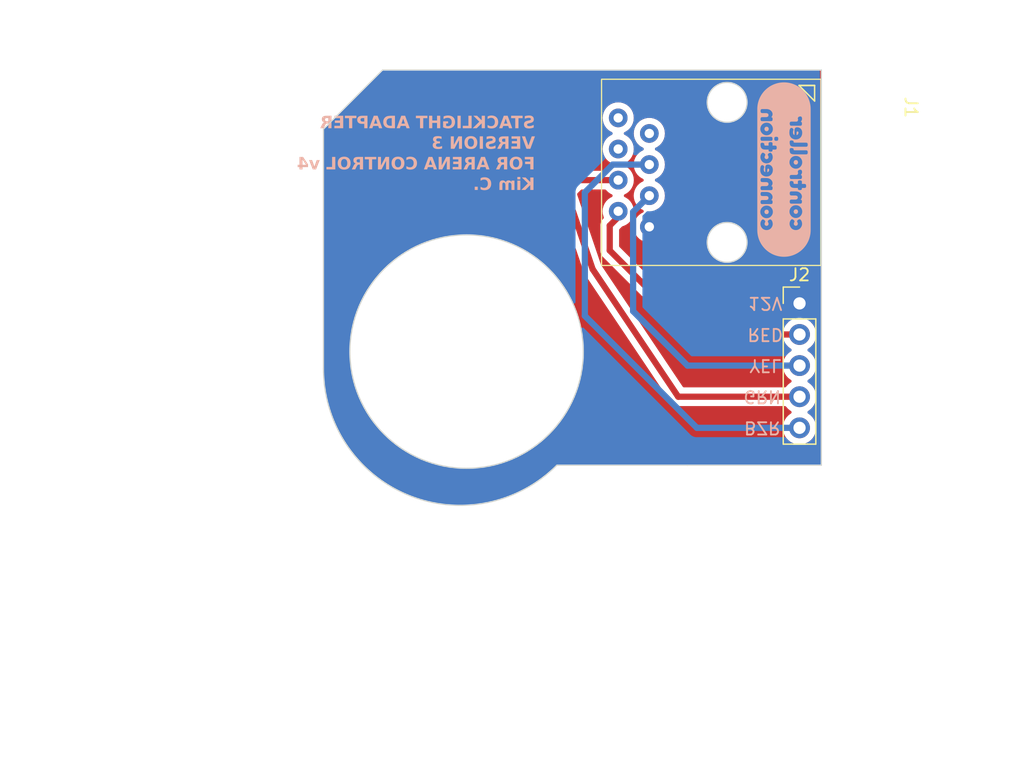
<source format=kicad_pcb>
(kicad_pcb (version 20221018) (generator pcbnew)
  (layers (0 "F.Cu" signal) (31 "B.Cu" signal) (34 "B.Paste" user) (35 "F.Paste" user) (36 "B.SilkS" user "B.Silkscreen") (37 "F.SilkS" user "F.Silkscreen") (38 "B.Mask" user) (39 "F.Mask" user) (44 "Edge.Cuts" user))
  (net 0 "")
  (net 1 "Net-(J2-Pin_1)")
  (net 2 "Net-(J2-Pin_2)")
  (net 3 "Net-(J2-Pin_3)")
  (net 4 "Net-(J2-Pin_4)")
  (net 5 "Net-(J2-Pin_5)")
  (footprint "Connector_PinHeader_2.54mm:PinHeader_1x05_P2.54mm_Vertical" (layer "F.Cu") (at 153.924 93.98)
    (fp_text reference "J2" (at 0 -2.33) (layer "F.SilkS"))
    (fp_text value "Conn_01x05")
    (fp_line (start -1.33 -1.33) (end 0 -1.33) (stroke (width 0.12)) (layer "F.SilkS"))
    (fp_line (start -1.33 0) (end -1.33 -1.33) (stroke (width 0.12)) (layer "F.SilkS"))
    (fp_line (start -1.33 1.27) (end -1.33 11.49) (stroke (width 0.12)) (layer "F.SilkS"))
    (fp_line (start -1.33 1.27) (end 1.33 1.27) (stroke (width 0.12)) (layer "F.SilkS"))
    (fp_line (start -1.33 11.49) (end 1.33 11.49) (stroke (width 0.12)) (layer "F.SilkS"))
    (fp_line (start 1.33 1.27) (end 1.33 11.49) (stroke (width 0.12)) (layer "F.SilkS"))
    (pad "1" thru_hole rect (at 0 0) (size 1.7 1.7) (drill 1) (layers "*.Cu" "*.Mask") (net 1 "Net-(J2-Pin_1)"))
    (pad "2" thru_hole oval (at 0 2.54) (size 1.7 1.7) (drill 1) (layers "*.Cu" "*.Mask") (net 2 "Net-(J2-Pin_2)"))
    (pad "3" thru_hole oval (at 0 5.08) (size 1.7 1.7) (drill 1) (layers "*.Cu" "*.Mask") (net 3 "Net-(J2-Pin_3)"))
    (pad "4" thru_hole oval (at 0 7.62) (size 1.7 1.7) (drill 1) (layers "*.Cu" "*.Mask") (net 4 "Net-(J2-Pin_4)"))
    (pad "5" thru_hole oval (at 0 10.16) (size 1.7 1.7) (drill 1) (layers "*.Cu" "*.Mask") (net 5 "Net-(J2-Pin_5)"))
  )
  (footprint "footprints:RCH RC00139" (layer "F.Cu") (at 155.662 75.685 -90)
    (fp_text reference "J1" (at 2.293 -7.366 -90 unlocked) (layer "F.SilkS"))
    (fp_text value "RJ45")
    (fp_line (start 0.508 0.508) (end 0.508 1.778) (stroke (width 0.12)) (layer "F.SilkS"))
    (fp_line (start 0.508 0.508) (end 1.778 0.508) (stroke (width 0.12)) (layer "F.SilkS"))
    (fp_line (start 0.508 1.778) (end 0.508 0.508) (stroke (width 0.12)) (layer "F.SilkS"))
    (fp_line (start 1.778 0.508) (end 0.508 1.778) (stroke (width 0.12)) (layer "F.SilkS"))
    (fp_rect (start 0 0) (end 15.2 17.9) (stroke (width 0.1)) (fill none) (layer "F.SilkS"))
    (fp_circle (center 1.885 7.65) (end 3.51 7.65) (stroke (width 0.1)) (fill none) (layer "Edge.Cuts"))
    (fp_circle (center 13.315 7.65) (end 14.94 7.65) (stroke (width 0.1)) (fill none) (layer "Edge.Cuts"))
    (pad "1" thru_hole circle (at 12.045 14 270) (size 1.524 1.524) (drill 0.762) (layers "*.Cu" "*.Mask") (net 1 "Net-(J2-Pin_1)"))
    (pad "2" thru_hole circle (at 10.775 16.54 270) (size 1.524 1.524) (drill 0.762) (layers "*.Cu" "*.Mask") (net 2 "Net-(J2-Pin_2)"))
    (pad "3" thru_hole circle (at 9.505 14 270) (size 1.524 1.524) (drill 0.762) (layers "*.Cu" "*.Mask") (net 3 "Net-(J2-Pin_3)"))
    (pad "4" thru_hole circle (at 8.235 16.54 270) (size 1.524 1.524) (drill 0.762) (layers "*.Cu" "*.Mask") (net 4 "Net-(J2-Pin_4)"))
    (pad "5" thru_hole circle (at 6.965 14 270) (size 1.524 1.524) (drill 0.762) (layers "*.Cu" "*.Mask") (net 5 "Net-(J2-Pin_5)"))
    (pad "6" thru_hole circle (at 5.695 16.54 270) (size 1.524 1.524) (drill 0.762) (layers "*.Cu" "*.Mask"))
    (pad "7" thru_hole circle (at 4.425 14 270) (size 1.524 1.524) (drill 0.762) (layers "*.Cu" "*.Mask"))
    (pad "8" thru_hole circle (at 3.155 16.54 270) (size 1.524 1.524) (drill 0.762) (layers "*.Cu" "*.Mask"))
  )
  (footprint "kibuzzard-631545B4" (layer "B.Cu") (at 152.654 83.058 90)
    (fp_text reference "kibuzzard-631545B4" hide)
    (fp_text value "G***" hide)
    (fp_poly (pts (xy 0.016892 -1.359189) (xy 0.088212 -1.29913) (xy 0.055367 -1.229687) (xy -0.038475 -1.203411) (xy -0.159532 -1.253147) (xy -0.219591 -1.359189) (xy 0.016892 -1.359189)) (fill solid) (layer "B.SilkS"))
    (fp_poly (pts (xy 3.052317 1.030422) (xy 3.124707 1.091382) (xy 3.091369 1.161867) (xy 2.996119 1.188537) (xy 2.873247 1.138055) (xy 2.812287 1.030422) (xy 3.052317 1.030422)) (fill solid) (layer "B.SilkS"))
    (fp_poly (pts (xy -3.577271 -1.557197) (xy -3.455276 -1.603179) (xy -3.331404 -1.556258) (xy -3.284952 -1.498076) (xy -3.269468 -1.417372) (xy -3.284014 -1.337136) (xy -3.32765 -1.280362) (xy -3.453399 -1.235317) (xy -3.579148 -1.282239) (xy -3.622784 -1.340186) (xy -3.63733 -1.420187) (xy -3.622315 -1.499953) (xy -3.577271 -1.557197)) (fill solid) (layer "B.SilkS"))
    (fp_poly (pts (xy -3.556128 0.829445) (xy -3.432303 0.782772) (xy -3.306573 0.830397) (xy -3.259425 0.889452) (xy -3.243708 0.971367) (xy -3.258472 1.052806) (xy -3.302763 1.110432) (xy -3.430398 1.156152) (xy -3.558033 1.108527) (xy -3.602325 1.04971) (xy -3.617088 0.96851) (xy -3.601848 0.887547) (xy -3.556128 0.829445)) (fill solid) (layer "B.SilkS"))
    (fp_poly (pts (xy 0.467232 0.829445) (xy 0.591057 0.782772) (xy 0.716787 0.830397) (xy 0.763935 0.889452) (xy 0.779652 0.971367) (xy 0.764888 1.052806) (xy 0.720597 1.110432) (xy 0.592962 1.156152) (xy 0.465327 1.108527) (xy 0.421035 1.04971) (xy 0.406272 0.96851) (xy 0.421512 0.887547) (xy 0.467232 0.829445)) (fill solid) (layer "B.SilkS"))
    (fp_poly (pts (xy 3.19064 -1.557197) (xy 3.312635 -1.603179) (xy 3.436507 -1.556258) (xy 3.482959 -1.498076) (xy 3.498443 -1.417372) (xy 3.483898 -1.337136) (xy 3.440261 -1.280362) (xy 3.314512 -1.235317) (xy 3.188764 -1.282239) (xy 3.145127 -1.340186) (xy 3.130581 -1.420187) (xy 3.145596 -1.499953) (xy 3.19064 -1.557197)) (fill solid) (layer "B.SilkS"))
    (fp_poly (pts (xy -4.939862 2.179137) (xy -4.940021 2.179137) (xy -5.046946 2.176512) (xy -5.153614 2.168644) (xy -5.259767 2.155551) (xy -5.365149 2.137266) (xy -5.469508 2.113831) (xy -5.572591 2.085304) (xy -5.67415 2.051754) (xy -5.77394 2.01326) (xy -5.871722 1.969917) (xy -5.967259 1.921827) (xy -6.060321 1.869108) (xy -6.150684 1.811886) (xy -6.238131 1.750299) (xy -6.322451 1.684496) (xy -6.40344 1.614634) (xy -6.480903 1.540883) (xy -6.554655 1.463419) (xy -6.624517 1.38243) (xy -6.69032 1.29811) (xy -6.751907 1.210664) (xy -6.809129 1.1203) (xy -6.861848 1.027238) (xy -6.909937 0.931701) (xy -6.953281 0.83392) (xy -6.991774 0.734129) (xy -7.025325 0.63257) (xy -7.053852 0.529487) (xy -7.077286 0.425129) (xy -7.095572 0.319746) (xy -7.108665 0.213593) (xy -7.116533 0.106925) (xy -7.119158 0) (xy -7.116533 -0.106925) (xy -7.108665 -0.213593) (xy -7.095572 -0.319746) (xy -7.077286 -0.425129) (xy -7.053852 -0.529487) (xy -7.025325 -0.63257) (xy -6.991774 -0.734129) (xy -6.953281 -0.83392) (xy -6.909937 -0.931701) (xy -6.861848 -1.027238) (xy -6.809129 -1.1203) (xy -6.751907 -1.210664) (xy -6.69032 -1.29811) (xy -6.624517 -1.38243) (xy -6.554655 -1.463419) (xy -6.480903 -1.540883) (xy -6.40344 -1.614634) (xy -6.322451 -1.684496) (xy -6.238131 -1.750299) (xy -6.150684 -1.811886) (xy -6.060321 -1.869108) (xy -5.967259 -1.921827) (xy -5.871722 -1.969917) (xy -5.77394 -2.01326) (xy -5.67415 -2.051754) (xy -5.572591 -2.085304) (xy -5.469508 -2.113831) (xy -5.365149 -2.137266) (xy -5.259767 -2.155551) (xy -5.153614 -2.168644) (xy -5.046946 -2.176512) (xy -4.940021 -2.179137) (xy -4.939862 -2.179137) (xy -4.42936 -2.179137) (xy -4.42936 -1.925997) (xy -4.544264 -1.912025) (xy -4.65625 -1.870109) (xy -4.765315 -1.800248) (xy -4.835228 -1.730101) (xy -4.891064 -1.639778) (xy -4.927663 -1.534205) (xy -4.939862 -1.41831) (xy -4.927663 -1.302884) (xy -4.891064 -1.198719) (xy -4.835228 -1.109803) (xy -4.765315 -1.040125) (xy -4.659169 -0.971308) (xy -4.548435 -0.930017) (xy -4.433113 -0.916253) (xy -4.420998 -0.917972) (xy -4.420998 0.455112) (xy -4.537627 0.469294) (xy -4.651292 0.511839) (xy -4.761993 0.582747) (xy -4.832955 0.653946) (xy -4.889628 0.745625) (xy -4.926776 0.852781) (xy -4.939158 0.970415) (xy -4.926776 1.087572) (xy -4.889628 1.1933) (xy -4.832955 1.283549) (xy -4.761993 1.354272) (xy -4.654255 1.424122) (xy -4.54186 1.466032) (xy -4.424808 1.480002) (xy -4.283838 1.46) (xy -4.182873 1.420947) (xy -4.152393 1.401897) (xy -4.099053 1.365702) (xy -4.049523 1.279025) (xy -4.089528 1.169487) (xy -4.15668 1.090906) (xy -4.220973 1.064712) (xy -4.323843 1.106622) (xy -4.421951 1.139007) (xy -4.541013 1.093287) (xy -4.596258 0.966605) (xy -4.542918 0.840875) (xy -4.429571 0.796107) (xy -4.317176 0.83135) (xy -4.232403 0.866592) (xy -4.169062 0.841351) (xy -4.093338 0.765627) (xy -4.049523 0.666567) (xy -4.075717 0.596558) (xy -4.154298 0.531312) (xy -4.275266 0.474162) (xy -4.420998 0.455112) (xy -4.420998 -0.917972) (xy -4.294227 -0.93596) (xy -4.194754 -0.974436) (xy -4.164724 -0.993204) (xy -4.112172 -1.028864) (xy -4.063374 -1.114261) (xy -4.102788 -1.222179) (xy -4.168947 -1.299599) (xy -4.232291 -1.325406) (xy -4.33364 -1.284115) (xy -4.430298 -1.252209) (xy -4.547601 -1.297253) (xy -4.60203 -1.422064) (xy -4.549478 -1.545936) (xy -4.437805 -1.590042) (xy -4.327071 -1.55532) (xy -4.243552 -1.520598) (xy -4.181147 -1.545466) (xy -4.106542 -1.620071) (xy -4.063374 -1.717667) (xy -4.089181 -1.786641) (xy -4.166601 -1.850923) (xy -4.285781 -1.907229) (xy -4.42936 -1.925997) (xy -4.42936 -2.179137) (xy -3.453399 -2.179137) (xy -3.453399 -1.933505) (xy -3.575394 -1.918255) (xy -3.693635 -1.872507) (xy -3.80085 -1.796964) (xy -3.889766 -1.69233) (xy -3.949591 -1.565408) (xy -3.969532 -1.423002) (xy -3.952015 -1.281613) (xy -3.899463 -1.157741) (xy -3.811877 -1.051386) (xy -3.701768 -0.970056) (xy -3.58165 -0.921258) (xy -3.451522 -0.904992) (xy -3.430398 -0.90762) (xy -3.430398 0.447492) (xy -3.554223 0.46297) (xy -3.674238 0.509405) (xy -3.783061 0.586081) (xy -3.873311 0.692285) (xy -3.934033 0.82111) (xy -3.954273 0.965652) (xy -3.936493 1.109162) (xy -3.883153 1.234892) (xy -3.794253 1.342842) (xy -3.682493 1.425392) (xy -3.560573 1.474922) (xy -3.428493 1.491432) (xy -3.296625 1.475028) (xy -3.17534 1.425815) (xy -3.064638 1.343795) (xy -2.976797 1.236374) (xy -2.924092 1.110961) (xy -2.906523 0.967557) (xy -2.927002 0.818253) (xy -2.988438 0.68657) (xy -3.079164 0.57989) (xy -3.187511 0.505595) (xy -3.306811 0.462018) (xy -3.430398 0.447492) (xy -3.430398 -0.90762) (xy -3.321603 -0.921154) (xy -3.20211 -0.969639) (xy -3.093044 -1.050448) (xy -3.006501 -1.156281) (xy -2.954575 -1.27984) (xy -2.937266 -1.421125) (xy -2.957442 -1.568223) (xy -3.01797 -1.69796) (xy -3.107355 -1.803064) (xy -3.214101 -1.876261) (xy -3.331639 -1.919194) (xy -3.453399 -1.933505) (xy -3.453399 -2.179137) (xy -1.993212 -2.179137) (xy -1.993212 -1.914736) (xy -2.098315 -1.897375) (xy -2.147113 -1.845293) (xy -2.158374 -1.749574) (xy -2.158374 -1.419248) (xy -2.20248 -1.29913) (xy -2.320722 -1.255963) (xy -2.44084 -1.301007) (xy -2.486823 -1.419248) (xy -2.486823 -1.75145) (xy -2.489638 -1.816202) (xy -2.507468 -1.864061) (xy -2.555797 -1.902067) (xy -2.651985 -1.914736) (xy -2.747235 -1.902067) (xy -2.796502 -1.864061) (xy -2.812456 -1.814325) (xy -2.815271 -1.749574) (xy -2.815271 -1.08517) (xy -2.812456 -1.022295) (xy -2.794626 -0.974436) (xy -2.745358 -0.939245) (xy -2.650108 -0.927514) (xy -2.557674 -0.938306) (xy -2.509345 -0.970682) (xy -2.490576 -1.047633) (xy -2.456793 -1.010096) (xy -2.406118 -0.970682) (xy -2.265355 -0.927514) (xy -2.147218 -0.943468) (xy -2.043053 -0.991327) (xy -1.95286 -1.071093) (xy -1.948308 -1.077835) (xy -1.948308 0.466542) (xy -2.054988 0.484163) (xy -2.104518 0.537027) (xy -2.115948 0.634182) (xy -2.115948 0.969462) (xy -2.160716 1.091382) (xy -2.280731 1.135197) (xy -2.402651 1.089477) (xy -2.449323 0.969462) (xy -2.449323 0.632277) (xy -2.452181 0.566555) (xy -2.470278 0.517977) (xy -2.519332 0.479401) (xy -2.616963 0.466542) (xy -2.713642 0.479401) (xy -2.763648 0.517977) (xy -2.779841 0.56846) (xy -2.782698 0.634182) (xy -2.782698 1.308552) (xy -2.779841 1.37237) (xy -2.761743 1.420947) (xy -2.711737 1.456666) (xy -2.615058 1.468572) (xy -2.521237 1.457618) (xy -2.472183 1.424757) (xy -2.453133 1.346652) (xy -2.418843 1.384752) (xy -2.367408 1.424757) (xy -2.224533 1.468572) (xy -2.104624 1.45238) (xy -1.998897 1.403802) (xy -1.907351 1.32284) (xy -1.836972 1.218594) (xy -1.794744 1.100166) (xy -1.780668 0.967557) (xy -1.780668 0.632277) (xy -1.783526 0.566555) (xy -1.799718 0.517977) (xy -1.850201 0.479401) (xy -1.948308 0.466542) (xy -1.948308 -1.077835) (xy -1.883521 -1.173799) (xy -1.841917 -1.290476) (xy -1.828049 -1.421125) (xy -1.828049 -1.75145) (xy -1.830865 -1.816202) (xy -1.846818 -1.864061) (xy -1.896554 -1.902067) (xy -1.993212 -1.914736) (xy -1.993212 -2.179137) (xy -0.855842 -2.179137) (xy -0.855842 -1.914736) (xy -0.960946 -1.897375) (xy -1.009744 -1.845293) (xy -1.021005 -1.749574) (xy -1.021005 -1.419248) (xy -1.065111 -1.29913) (xy -1.183352 -1.255963) (xy -1.30347 -1.301007) (xy -1.349453 -1.419248) (xy -1.349453 -1.75145) (xy -1.352268 -1.816202) (xy -1.370099 -1.864061) (xy -1.418427 -1.902067) (xy -1.514616 -1.914736) (xy -1.609866 -1.902067) (xy -1.659133 -1.864061) (xy -1.675086 -1.814325) (xy -1.677901 -1.749574) (xy -1.677901 -1.08517) (xy -1.675086 -1.022295) (xy -1.657256 -0.974436) (xy -1.607989 -0.939245) (xy -1.512739 -0.927514) (xy -1.420304 -0.938306) (xy -1.371975 -0.970682) (xy -1.353207 -1.047633) (xy -1.319424 -1.010096) (xy -1.268749 -0.970682) (xy -1.127985 -0.927514) (xy -1.096773 -0.931729) (xy -1.096773 0.464637) (xy -1.21827 0.474585) (xy -1.3186 0.50443) (xy -1.397763 0.554172) (xy -1.454913 0.62762) (xy -1.489203 0.728585) (xy -1.500633 0.857067) (xy -1.500633 1.139007) (xy -1.578738 1.133292) (xy -1.648271 1.165677) (xy -1.675893 1.276167) (xy -1.666368 1.389515) (xy -1.639698 1.439997) (xy -1.563498 1.464762) (xy -1.500633 1.457142) (xy -1.500633 1.653357) (xy -1.497776 1.718127) (xy -1.479678 1.763847) (xy -1.430625 1.799566) (xy -1.332993 1.811472) (xy -1.229647 1.793851) (xy -1.178688 1.740987) (xy -1.169163 1.643832) (xy -1.169163 1.457142) (xy -1.042481 1.464762) (xy -0.977711 1.461905) (xy -0.927228 1.443807) (xy -0.890081 1.394753) (xy -0.877698 1.297122) (xy -0.890557 1.200443) (xy -0.929133 1.150437) (xy -0.979616 1.134245) (xy -1.045338 1.131387) (xy -1.169163 1.139007) (xy -1.169163 0.876117) (xy -1.152971 0.801822) (xy -1.092011 0.778962) (xy -1.023431 0.776105) (xy -0.972948 0.758007) (xy -0.929133 0.630372) (xy -0.942468 0.533693) (xy -0.982473 0.483687) (xy -1.032956 0.467495) (xy -1.096773 0.464637) (xy -1.096773 -0.931729) (xy -1.009848 -0.943468) (xy -0.905683 -0.991327) (xy -0.81549 -1.071093) (xy -0.746151 -1.173799) (xy -0.704548 -1.290476) (xy -0.69068 -1.421125) (xy -0.69068 -1.75145) (xy -0.693495 -1.816202) (xy -0.709448 -1.864061) (xy -0.759185 -1.902067) (xy -0.855842 -1.914736) (xy -0.855842 -2.179137) (xy -0.607188 -2.179137) (xy -0.607188 0.464637) (xy -0.738633 0.497022) (xy -0.772923 0.578937) (xy -0.772923 0.634182) (xy -0.772923 1.302837) (xy -0.770066 1.36856) (xy -0.753873 1.417137) (xy -0.703391 1.455713) (xy -0.605283 1.468572) (xy -0.512415 1.457618) (xy -0.462408 1.424757) (xy -0.441453 1.361892) (xy -0.413831 1.394277) (xy -0.336678 1.445712) (xy -0.232856 1.478097) (xy -0.157608 1.473335) (xy -0.090933 1.457142) (xy -0.030926 1.41809) (xy -0.007113 1.329507) (xy -0.043308 1.196157) (xy -0.148083 1.123767) (xy -0.213806 1.139007) (xy -0.296673 1.154247) (xy -0.392876 1.118052) (xy -0.437643 1.030422) (xy -0.437643 0.630372) (xy -0.440501 0.56465) (xy -0.458598 0.514167) (xy -0.510033 0.47702) (xy -0.607188 0.464637) (xy -0.607188 -2.179137) (xy -0.03566 -2.179137) (xy -0.03566 -1.941012) (xy -0.166805 -1.929047) (xy -0.282466 -1.893152) (xy -0.378419 -1.837551) (xy -0.450443 -1.766465) (xy -0.516133 -1.661153) (xy -0.555547 -1.547917) (xy -0.568685 -1.426756) (xy -0.551689 -1.279632) (xy -0.500701 -1.15357) (xy -0.415722 -1.048571) (xy -0.3053 -0.969848) (xy -0.177988 -0.922614) (xy -0.033783 -0.906869) (xy 0.087977 -0.918365) (xy 0.192377 -0.952852) (xy 0.279416 -1.01033) (xy 0.349094 -1.0908) (xy 0.396953 -1.192854) (xy 0.412906 -1.303822) (xy 0.398595 -1.404234) (xy 0.355663 -1.474615) (xy 0.228975 -1.529982) (xy -0.215837 -1.529982) (xy -0.153901 -1.618194) (xy -0.03003 -1.653854) (xy 0.067097 -1.648224) (xy 0.140764 -1.631332) (xy 0.161409 -1.623825) (xy 0.236483 -1.603179) (xy 0.339709 -1.687638) (xy 0.364108 -1.773973) (xy 0.339123 -1.847052) (xy 0.264166 -1.899252) (xy 0.139239 -1.930572) (xy -0.03566 -1.941012) (xy -0.03566 -2.179137) (xy 1.017251 -2.179137) (xy 1.017251 -1.925997) (xy 0.902346 -1.912025) (xy 0.790361 -1.870109) (xy 0.681296 -1.800248) (xy 0.611383 -1.730101) (xy 0.555547 -1.639778) (xy 0.518948 -1.534205) (xy 0.506749 -1.41831) (xy 0.518948 -1.302884) (xy 0.555547 -1.198719) (xy 0.592962 -1.139138) (xy 0.592962 0.447492) (xy 0.469137 0.46297) (xy 0.349122 0.509405) (xy 0.240299 0.586081) (xy 0.150049 0.692285) (xy 0.089327 0.82111) (xy 0.069087 0.965652) (xy 0.086867 1.109162) (xy 0.140207 1.234892) (xy 0.229107 1.342842) (xy 0.340867 1.425392) (xy 0.462787 1.474922) (xy 0.594867 1.491432) (xy 0.726735 1.475028) (xy 0.84802 1.425815) (xy 0.958722 1.343795) (xy 1.046563 1.236374) (xy 1.099268 1.110961) (xy 1.116837 0.967557) (xy 1.096358 0.818253) (xy 1.034922 0.68657) (xy 0.944196 0.57989) (xy 0.835849 0.505595) (xy 0.716549 0.462018) (xy 0.592962 0.447492) (xy 0.592962 -1.139138) (xy 0.611383 -1.109803) (xy 0.681296 -1.040125) (xy 0.787442 -0.971308) (xy 0.898176 -0.930017) (xy 1.013498 -0.916253) (xy 1.152384 -0.93596) (xy 1.251857 -0.974436) (xy 1.281887 -0.993204) (xy 1.334438 -1.028864) (xy 1.383236 -1.114261) (xy 1.343823 -1.222179) (xy 1.277664 -1.299599) (xy 1.21432 -1.325406) (xy 1.11297 -1.284115) (xy 1.016313 -1.252209) (xy 0.89901 -1.297253) (xy 0.844581 -1.422064) (xy 0.897133 -1.545936) (xy 1.008805 -1.590042) (xy 1.119539 -1.55532) (xy 1.203059 -1.520598) (xy 1.265464 -1.545466) (xy 1.340069 -1.620071) (xy 1.383236 -1.717667) (xy 1.35743 -1.786641) (xy 1.28001 -1.850923) (xy 1.16083 -1.907229) (xy 1.017251 -1.925997) (xy 1.017251 -2.179137) (xy 2.028872 -2.179137) (xy 2.028872 -1.916613) (xy 1.909171 -1.906812) (xy 1.810323 -1.877408) (xy 1.73233 -1.828401) (xy 1.676025 -1.756038) (xy 1.642241 -1.656565) (xy 1.63098 -1.529982) (xy 1.63098 -1.252209) (xy 1.55403 -1.25784) (xy 1.485525 -1.225933) (xy 1.45831 -1.117076) (xy 1.467695 -1.005404) (xy 1.49397 -0.955667) (xy 1.569044 -0.931268) (xy 1.63098 -0.938776) (xy 1.63098 -0.74546) (xy 1.633796 -0.681647) (xy 1.636902 -0.6738) (xy 1.636902 0.463685) (xy 1.484502 0.472257) (xy 1.363534 0.506071) (xy 1.294002 0.569412) (xy 1.253997 0.69038) (xy 1.240662 0.866592) (xy 1.240662 1.773372) (xy 1.243519 1.839095) (xy 1.259712 1.889577) (xy 1.310194 1.928153) (xy 1.408302 1.941012) (xy 1.502599 1.928153) (xy 1.553082 1.889577) (xy 1.571179 1.838142) (xy 1.574037 1.771467) (xy 1.574037 0.889452) (xy 1.585467 0.802775) (xy 1.635949 0.784677) (xy 1.688337 0.78182) (xy 1.720722 0.765627) (xy 1.758822 0.630372) (xy 1.749297 0.533693) (xy 1.720722 0.483687) (xy 1.636902 0.463685) (xy 1.636902 -0.6738) (xy 1.651626 -0.636603) (xy 1.699954 -0.601412) (xy 1.796143 -0.589682) (xy 1.897962 -0.607043) (xy 1.948167 -0.659125) (xy 1.957552 -0.754845) (xy 1.957552 -0.938776) (xy 2.082362 -0.931268) (xy 2.146175 -0.934083) (xy 2.195911 -0.951913) (xy 2.23251 -1.000242) (xy 2.244709 -1.096431) (xy 2.232041 -1.191681) (xy 2.194034 -1.240948) (xy 2.144298 -1.256901) (xy 2.079547 -1.259716) (xy 1.957552 -1.252209) (xy 1.957552 -1.511214) (xy 1.973505 -1.584411) (xy 2.033564 -1.606933) (xy 2.101131 -1.609748) (xy 2.150867 -1.627579) (xy 2.194034 -1.753327) (xy 2.180897 -1.848577) (xy 2.141483 -1.897845) (xy 2.091746 -1.913798) (xy 2.028872 -1.916613) (xy 2.028872 -2.179137) (xy 2.259837 -2.179137) (xy 2.259837 0.463685) (xy 2.107437 0.472257) (xy 1.986469 0.506071) (xy 1.916937 0.569412) (xy 1.876932 0.69038) (xy 1.863597 0.866592) (xy 1.863597 1.773372) (xy 1.866454 1.839095) (xy 1.882647 1.889577) (xy 1.933129 1.928153) (xy 2.031237 1.941012) (xy 2.125534 1.928153) (xy 2.176017 1.889577) (xy 2.194114 1.838142) (xy 2.196972 1.771467) (xy 2.196972 0.889452) (xy 2.208402 0.802775) (xy 2.258884 0.784677) (xy 2.311272 0.78182) (xy 2.343657 0.765627) (xy 2.381757 0.630372) (xy 2.372232 0.533693) (xy 2.343657 0.483687) (xy 2.259837 0.463685) (xy 2.259837 -2.179137) (xy 2.511222 -2.179137) (xy 2.511222 -1.916613) (xy 2.415972 -1.903944) (xy 2.366704 -1.865938) (xy 2.350751 -1.81714) (xy 2.347936 -1.75145) (xy 2.347936 -1.092677) (xy 2.350751 -1.027926) (xy 2.366704 -0.978189) (xy 2.416441 -0.941591) (xy 2.51216 -0.92951) (xy 2.51216 -0.794258) (xy 2.417379 -0.782997) (xy 2.367643 -0.743583) (xy 2.350751 -0.693847) (xy 2.347936 -0.629096) (xy 2.350751 -0.564345) (xy 2.366704 -0.516485) (xy 2.416441 -0.478479) (xy 2.513099 -0.46581) (xy 2.607879 -0.478479) (xy 2.655739 -0.516485) (xy 2.673569 -0.566221) (xy 2.676384 -0.630973) (xy 2.673569 -0.695724) (xy 2.656677 -0.744522) (xy 2.606941 -0.782997) (xy 2.51216 -0.794258) (xy 2.51216 -0.92951) (xy 2.513099 -0.929391) (xy 2.640724 -0.961298) (xy 2.674507 -1.042002) (xy 2.676384 -1.096431) (xy 2.676384 -1.753327) (xy 2.673569 -1.818079) (xy 2.655739 -1.867815) (xy 2.60741 -1.904413) (xy 2.511222 -1.916613) (xy 2.511222 -2.179137) (xy 3.314512 -2.179137) (xy 3.314512 -1.933505) (xy 3.192517 -1.918255) (xy 3.074276 -1.872507) (xy 2.967061 -1.796964) (xy 2.878145 -1.69233) (xy 2.818321 -1.565408) (xy 2.798379 -1.423002) (xy 2.815897 -1.281613) (xy 2.868448 -1.157741) (xy 2.956034 -1.051386) (xy 2.998977 -1.019668) (xy 2.998977 0.439872) (xy 2.865865 0.452016) (xy 2.748469 0.48845) (xy 2.651076 0.544885) (xy 2.577972 0.617037) (xy 2.511297 0.723929) (xy 2.471292 0.838864) (xy 2.457957 0.961842) (xy 2.475208 1.111173) (xy 2.52696 1.239125) (xy 2.613214 1.3457) (xy 2.725292 1.425604) (xy 2.854514 1.473546) (xy 3.000882 1.489527) (xy 3.124469 1.477859) (xy 3.230434 1.442855) (xy 3.318779 1.384514) (xy 3.389502 1.302837) (xy 3.438079 1.199253) (xy 3.454272 1.08662) (xy 3.439746 0.984702) (xy 3.396169 0.913265) (xy 3.267582 0.857067) (xy 2.816097 0.857067) (xy 2.878962 0.767532) (xy 3.004692 0.731337) (xy 3.103275 0.737052) (xy 3.178047 0.754197) (xy 3.199002 0.761817) (xy 3.275202 0.782772) (xy 3.379977 0.697047) (xy 3.404742 0.609417) (xy 3.379381 0.535241) (xy 3.3033 0.482258) (xy 3.176499 0.450469) (xy 2.998977 0.439872) (xy 2.998977 -1.019668) (xy 3.066143 -0.970056) (xy 3.186261 -0.921258) (xy 3.316389 -0.904992) (xy 3.446309 -0.921154) (xy 3.565801 -0.969639) (xy 3.674867 -1.050448) (xy 3.743832 -1.134784) (xy 3.743832 0.464637) (xy 3.612387 0.497022) (xy 3.578097 0.578937) (xy 3.578097 0.634182) (xy 3.578097 1.302837) (xy 3.580954 1.36856) (xy 3.597147 1.417137) (xy 3.647629 1.455713) (xy 3.745737 1.468572) (xy 3.838605 1.457618) (xy 3.888612 1.424757) (xy 3.909567 1.361892) (xy 3.937189 1.394277) (xy 4.014342 1.445712) (xy 4.118164 1.478097) (xy 4.193412 1.473335) (xy 4.260087 1.457142) (xy 4.320094 1.41809) (xy 4.343907 1.329507) (xy 4.307712 1.196157) (xy 4.202937 1.123767) (xy 4.137214 1.139007) (xy 4.054347 1.154247) (xy 3.958144 1.118052) (xy 3.913377 1.030422) (xy 3.913377 0.630372) (xy 3.910519 0.56465) (xy 3.892422 0.514167) (xy 3.840987 0.47702) (xy 3.743832 0.464637) (xy 3.743832 -1.134784) (xy 3.761411 -1.156281) (xy 3.813337 -1.27984) (xy 3.830645 -1.421125) (xy 3.810469 -1.568223) (xy 3.749941 -1.69796) (xy 3.660556 -1.803064) (xy 3.55381 -1.876261) (xy 3.436273 -1.919194) (xy 3.314512 -1.933505) (xy 3.314512 -2.179137) (xy 4.7747 -2.179137) (xy 4.7747 -1.914736) (xy 4.669596 -1.897375) (xy 4.620798 -1.845293) (xy 4.609537 -1.749574) (xy 4.609537 -1.419248) (xy 4.565431 -1.29913) (xy 4.44719 -1.255963) (xy 4.327071 -1.301007) (xy 4.281089 -1.419248) (xy 4.281089 -1.75145) (xy 4.278273 -1.816202) (xy 4.260443 -1.864061) (xy 4.212115 -1.902067) (xy 4.115926 -1.914736) (xy 4.020676 -1.902067) (xy 3.971409 -1.864061) (xy 3.955456 -1.814325) (xy 3.95264 -1.749574) (xy 3.95264 -1.08517) (xy 3.955456 -1.022295) (xy 3.973286 -0.974436) (xy 4.022553 -0.939245) (xy 4.117803 -0.927514) (xy 4.210238 -0.938306) (xy 4.258567 -0.970682) (xy 4.277335 -1.047633) (xy 4.311118 -1.010096) (xy 4.361793 -0.970682) (xy 4.502557 -0.927514) (xy 4.620694 -0.943468) (xy 4.724859 -0.991327) (xy 4.815052 -1.071093) (xy 4.884391 -1.173799) (xy 4.925994 -1.290476) (xy 4.939862 -1.421125) (xy 4.939862 -1.75145) (xy 4.937047 -1.816202) (xy 4.921094 -1.864061) (xy 4.871357 -1.902067) (xy 4.7747 -1.914736) (xy 4.7747 -2.179137) (xy 4.939862 -2.179137) (xy 4.940021 -2.179137) (xy 5.046946 -2.176512) (xy 5.153614 -2.168644) (xy 5.259767 -2.155551) (xy 5.365149 -2.137266) (xy 5.469508 -2.113831) (xy 5.572591 -2.085304) (xy 5.67415 -2.051754) (xy 5.77394 -2.01326) (xy 5.871722 -1.969917) (xy 5.967259 -1.921827) (xy 6.060321 -1.869108) (xy 6.150684 -1.811886) (xy 6.238131 -1.750299) (xy 6.322451 -1.684496) (xy 6.40344 -1.614634) (xy 6.480903 -1.540883) (xy 6.554655 -1.463419) (xy 6.624517 -1.38243) (xy 6.69032 -1.29811) (xy 6.751907 -1.210664) (xy 6.809129 -1.1203) (xy 6.861848 -1.027238) (xy 6.909937 -0.931701) (xy 6.953281 -0.83392) (xy 6.991774 -0.734129) (xy 7.025325 -0.63257) (xy 7.053852 -0.529487) (xy 7.077286 -0.425129) (xy 7.095572 -0.319746) (xy 7.108665 -0.213593) (xy 7.116533 -0.106925) (xy 7.119158 0) (xy 7.116533 0.106925) (xy 7.108665 0.213593) (xy 7.095572 0.319746) (xy 7.077286 0.425129) (xy 7.053852 0.529487) (xy 7.025325 0.63257) (xy 6.991774 0.734129) (xy 6.953281 0.83392) (xy 6.909937 0.931701) (xy 6.861848 1.027238) (xy 6.809129 1.1203) (xy 6.751907 1.210664) (xy 6.69032 1.29811) (xy 6.624517 1.38243) (xy 6.554655 1.463419) (xy 6.480903 1.540883) (xy 6.40344 1.614634) (xy 6.322451 1.684496) (xy 6.238131 1.750299) (xy 6.150684 1.811886) (xy 6.060321 1.869108) (xy 5.967259 1.921827) (xy 5.871722 1.969917) (xy 5.77394 2.01326) (xy 5.67415 2.051754) (xy 5.572591 2.085304) (xy 5.469508 2.113831) (xy 5.365149 2.137266) (xy 5.259767 2.155551) (xy 5.153614 2.168644) (xy 5.046946 2.176512) (xy 4.940021 2.179137) (xy 4.939862 2.179137) (xy -4.939862 2.179137)) (fill solid) (layer "B.SilkS"))
  )
  (gr_arc (start 134.112 107.188) (mid 121.95424 109.62058) (end 115.062 99.314) (stroke (width 0.1)) (layer "Edge.Cuts"))
  (gr_circle (center 126.746 97.917) (end 136.271 97.917) (stroke (width 0.1)) (fill none) (layer "Edge.Cuts"))
  (gr_line (start 115.062 79.756) (end 115.062 99.314) (stroke (width 0.1)) (layer "Edge.Cuts"))
  (gr_line (start 144.78 107.188) (end 134.112 107.188) (stroke (width 0.1)) (layer "Edge.Cuts"))
  (gr_line (start 119.888 74.93) (end 115.062 79.756) (stroke (width 0.1)) (layer "Edge.Cuts"))
  (gr_line (start 155.702 107.188) (end 155.702 74.93) (stroke (width 0.1)) (layer "Edge.Cuts"))
  (gr_line (start 155.702 74.93) (end 119.888 74.93) (stroke (width 0.1)) (layer "Edge.Cuts"))
  (gr_line (start 144.78 107.188) (end 155.702 107.188) (stroke (width 0.1)) (layer "Edge.Cuts"))
  (gr_text "STACKLIGHT ADAPTER\nVERSION 3 \nFOR ARENA CONTROL v4\nKim C." (at 132.334 81.788) (layer "B.SilkS") (effects (font (size 1 1) (thickness 0.2) bold) (justify left mirror)))
  (gr_text "RED" (at 151.13 96.52 180) (layer "B.SilkS") (effects (font (size 1 1)) (justify mirror)))
  (gr_text "YEL\n" (at 151.13 99.06 180) (layer "B.SilkS") (effects (font (size 1 1)) (justify mirror)))
  (gr_text "BZR" (at 150.876 104.14 180) (layer "B.SilkS") (effects (font (size 1 1)) (justify mirror)))
  (gr_text "12V" (at 151.13 93.98 180) (layer "B.SilkS") (effects (font (size 1 1)) (justify mirror)))
  (gr_text "GRN" (at 150.876 101.6 180) (layer "B.SilkS") (effects (font (size 1 1)) (justify mirror)))
  (segment (start 141.662 89.592) (end 141.662 87.73) (width 0.508) (layer "B.Cu") (net 1))
  (segment (start 146.05 93.98) (end 141.662 89.592) (width 0.508) (layer "B.Cu") (net 1))
  (segment (start 153.924 93.98) (end 146.05 93.98) (width 0.508) (layer "B.Cu") (net 1))
  (segment (start 145.288 96.52) (end 138.43 89.662) (width 0.508) (layer "F.Cu") (net 2))
  (segment (start 139.122 86.938) (end 139.122 86.46) (width 0.508) (layer "F.Cu") (net 2))
  (segment (start 153.924 96.52) (end 145.288 96.52) (width 0.508) (layer "F.Cu") (net 2))
  (segment (start 138.43 87.63) (end 139.122 86.938) (width 0.508) (layer "F.Cu") (net 2))
  (segment (start 138.43 89.662) (end 138.43 87.63) (width 0.508) (layer "F.Cu") (net 2))
  (segment (start 140.338 94.618) (end 144.78 99.06) (width 0.508) (layer "B.Cu") (net 3))
  (segment (start 141.662 85.19) (end 140.338 86.514) (width 0.508) (layer "B.Cu") (net 3))
  (segment (start 144.78 99.06) (end 153.924 99.06) (width 0.508) (layer "B.Cu") (net 3))
  (segment (start 140.338 86.514) (end 140.338 94.618) (width 0.508) (layer "B.Cu") (net 3))
  (segment (start 144.018 101.6) (end 137.033 91.186) (width 0.508) (layer "F.Cu") (net 4))
  (segment (start 153.924 101.6) (end 144.018 101.6) (width 0.508) (layer "F.Cu") (net 4))
  (segment (start 135.79 83.92) (end 139.122 83.92) (width 0.508) (layer "F.Cu") (net 4))
  (segment (start 134.874 84.836) (end 135.79 83.92) (width 0.508) (layer "F.Cu") (net 4))
  (segment (start 137.033 91.186) (end 134.874 84.836) (width 0.508) (layer "F.Cu") (net 4))
  (segment (start 153.924 104.14) (end 145.542 104.14) (width 0.508) (layer "B.Cu") (net 5))
  (segment (start 138.672316 82.65) (end 141.662 82.65) (width 0.508) (layer "B.Cu") (net 5))
  (segment (start 136.398 84.924316) (end 138.672316 82.65) (width 0.508) (layer "B.Cu") (net 5))
  (segment (start 136.398 94.996) (end 136.398 84.924316) (width 0.508) (layer "B.Cu") (net 5))
  (segment (start 145.542 104.14) (end 136.398 94.996) (width 0.508) (layer "B.Cu") (net 5))
  (zone (net 0) (net_name "") (layer "F.Cu") (connect_pads (clearance 0.508)) (min_thickness 0.254) (fill yes (thermal_gap 0.508) (thermal_bridge_width 0.508))
    (polygon (pts (xy 162.56 76.2) (xy 159.385 97.155) (xy 150.667814 124.636043) (xy 89.028049 131.91963) (xy 100.285235 70.529587) (xy 150.495 69.215)))
  )
  (zone (net 1) (net_name "Net-(J2-Pin_1)") (layer "B.Cu") (connect_pads yes (clearance 0.508)) (min_thickness 0.254) (fill yes (thermal_gap 0.508) (thermal_bridge_width 0.508))
    (polygon (pts (xy 155.575 73.66) (xy 156.063682 124.708618) (xy 94.859715 131.586266) (xy 88.656033 102.762648) (xy 110.49 73.025)))
  )
)
</source>
